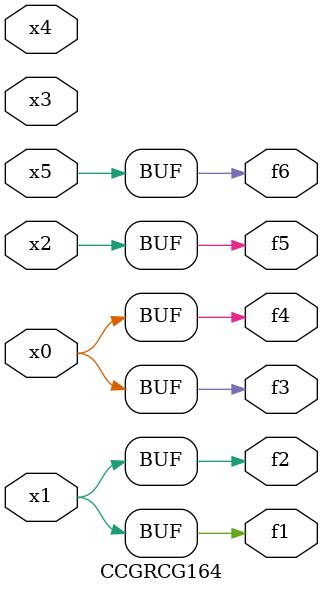
<source format=v>
module CCGRCG164(
	input x0, x1, x2, x3, x4, x5,
	output f1, f2, f3, f4, f5, f6
);
	assign f1 = x1;
	assign f2 = x1;
	assign f3 = x0;
	assign f4 = x0;
	assign f5 = x2;
	assign f6 = x5;
endmodule

</source>
